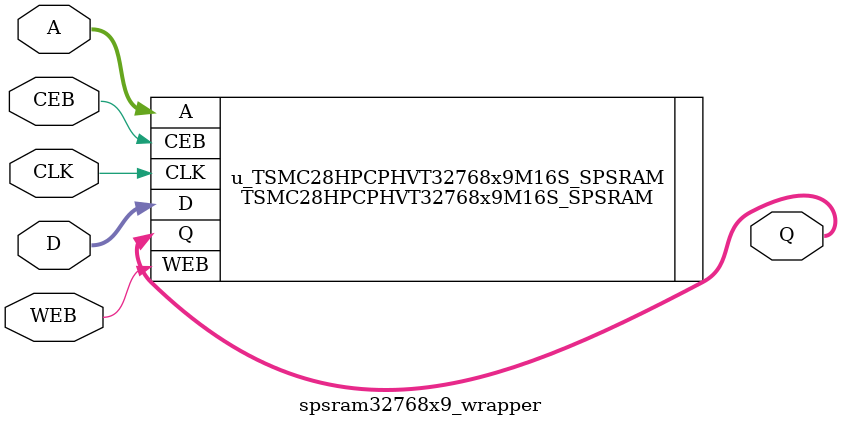
<source format=v>

module spsram32768x9_wrapper
(
    // Input-Output declarations
    input           CLK,
    input           CEB,
    input           WEB,
    input   [14:0]  A,
    input   [8:0]   D,
    output  [8:0]   Q
);

    TSMC28HPCPHVT32768x9M16S_SPSRAM
    u_TSMC28HPCPHVT32768x9M16S_SPSRAM
    (
    .CLK  (CLK  ),
    .CEB  (CEB  ),
    .WEB  (WEB  ),
    .A    (A    ),
    .D    (D    ),
    .Q    (Q    )
    );

endmodule

</source>
